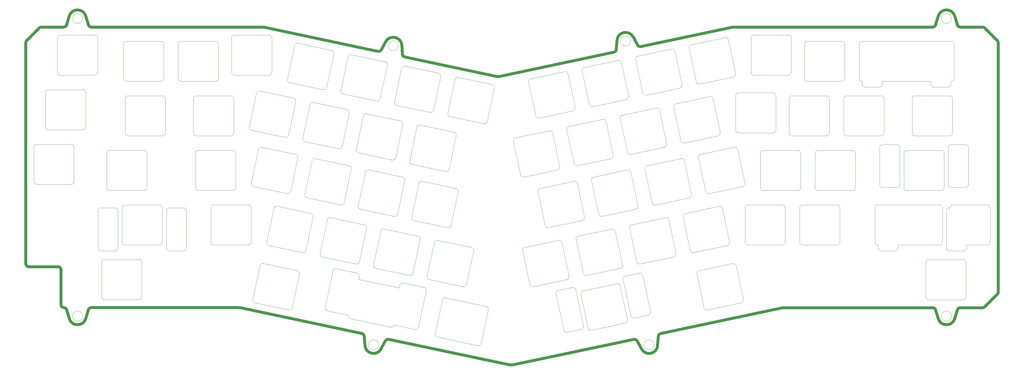
<source format=gbr>
%TF.GenerationSoftware,KiCad,Pcbnew,(5.1.10)-1*%
%TF.CreationDate,2021-06-21T21:12:00+07:00*%
%TF.ProjectId,FR4 Alice Plate Commision,46523420-416c-4696-9365-20506c617465,rev?*%
%TF.SameCoordinates,Original*%
%TF.FileFunction,Profile,NP*%
%FSLAX46Y46*%
G04 Gerber Fmt 4.6, Leading zero omitted, Abs format (unit mm)*
G04 Created by KiCad (PCBNEW (5.1.10)-1) date 2021-06-21 21:12:00*
%MOMM*%
%LPD*%
G01*
G04 APERTURE LIST*
%TA.AperFunction,Profile*%
%ADD10C,1.000000*%
%TD*%
%TA.AperFunction,Profile*%
%ADD11C,0.000001*%
%TD*%
%TA.AperFunction,Profile*%
%ADD12C,0.100000*%
%TD*%
G04 APERTURE END LIST*
D10*
X155965327Y-8543464D02*
G75*
G02*
X155549504Y-8543464I-207911J978148D01*
G01*
X196160582Y300D02*
X155965327Y-8543464D01*
X196949907Y904162D02*
G75*
G02*
X196160582Y300I-997237J74286D01*
G01*
X197191337Y4145182D02*
X196949907Y904162D01*
X197191337Y4145181D02*
G75*
G02*
X202825467Y5342753I2991711J-222858D01*
G01*
X204364266Y2480132D02*
X202825467Y5342753D01*
X205452984Y1975462D02*
G75*
G02*
X204364266Y2480132I-207912J978147D01*
G01*
X237465820Y8779999D02*
X205452984Y1975461D01*
X307258750Y8779999D02*
X237465820Y8779999D01*
X308218750Y9499999D02*
G75*
G02*
X307258750Y8779999I-960000J280000D01*
G01*
X309128750Y12620000D02*
X308218750Y9499999D01*
X309128750Y12619998D02*
G75*
G02*
X314888750Y12620000I2880000J-839999D01*
G01*
X315798750Y9499999D02*
X314888750Y12620000D01*
X316758749Y8780000D02*
G75*
G02*
X315798750Y9499999I0J999999D01*
G01*
X324604536Y8779999D02*
X316758750Y8779999D01*
X324604537Y8780000D02*
G75*
G02*
X325311643Y8487106I-1J-1000000D01*
G01*
X329725856Y4072893D02*
X325311643Y8487106D01*
X329725857Y4072893D02*
G75*
G02*
X330018750Y3365786I-707107J-707107D01*
G01*
X330018750Y-83753786D02*
X330018750Y3365786D01*
X330018750Y-83753787D02*
G75*
G02*
X329725856Y-84460893I-1000000J1D01*
G01*
X325311643Y-88875106D02*
X329725856Y-84460893D01*
X325311643Y-88875107D02*
G75*
G02*
X324604536Y-89168000I-707107J707107D01*
G01*
X316744750Y-89168000D02*
X324604536Y-89168000D01*
X315784750Y-89888000D02*
G75*
G02*
X316744750Y-89168000I960000J-280000D01*
G01*
X314888750Y-92960000D02*
X315784750Y-89888000D01*
X314888750Y-92959998D02*
G75*
G02*
X309128750Y-92960000I-2880000J839999D01*
G01*
X308232750Y-89888000D02*
X309128750Y-92960000D01*
X307272750Y-89168000D02*
G75*
G02*
X308232750Y-89888000I0J-1000000D01*
G01*
X255429193Y-89168000D02*
X307272750Y-89167999D01*
X254389635Y-89277262D02*
G75*
G02*
X255429193Y-89168000I1039558J-4890737D01*
G01*
X212395948Y-98203295D02*
X254389635Y-89277261D01*
X211606623Y-99107157D02*
G75*
G02*
X212395948Y-98203295I997237J-74286D01*
G01*
X211365193Y-102348177D02*
X211606623Y-99107157D01*
X211365193Y-102348176D02*
G75*
G02*
X205731063Y-103545748I-2991711J222858D01*
G01*
X204192264Y-100683127D02*
X205731063Y-103545748D01*
X203103545Y-100178455D02*
G75*
G02*
X204192264Y-100683127I207912J-978149D01*
G01*
X161409558Y-109040787D02*
X203103546Y-100178456D01*
X161409558Y-109040787D02*
G75*
G02*
X159330441Y-109040787I-1039558J4890738D01*
G01*
X117636453Y-100178456D02*
X159330441Y-109040787D01*
X116547735Y-100683128D02*
G75*
G02*
X117636453Y-100178456I880807J-473476D01*
G01*
X115008936Y-103545748D02*
X116547735Y-100683127D01*
X115008937Y-103545747D02*
G75*
G02*
X109374806Y-102348177I-2642420J1420429D01*
G01*
X109133376Y-99107157D02*
X109374806Y-102348177D01*
X108344051Y-98203295D02*
G75*
G02*
X109133376Y-99107157I-207912J-978148D01*
G01*
X66124542Y-89229261D02*
X108344051Y-98203295D01*
X65084984Y-89119999D02*
G75*
G02*
X66124542Y-89229261I0J-5000000D01*
G01*
X13979999Y-89120000D02*
X65084984Y-89120000D01*
X13019999Y-89840000D02*
G75*
G02*
X13979999Y-89120000I960000J-280000D01*
G01*
X12110000Y-92959999D02*
X13019999Y-89840000D01*
X12110000Y-92959999D02*
G75*
G02*
X6350000Y-92959999I-2880000J840000D01*
G01*
X5440000Y-89840000D02*
X6350000Y-92959999D01*
X4480001Y-89119999D02*
G75*
G02*
X5440000Y-89840000I-1J-1000000D01*
G01*
X4470000Y-89120000D02*
X4480000Y-89120000D01*
X4470000Y-89120000D02*
G75*
G02*
X3470000Y-88120000I0J1000000D01*
G01*
X3470000Y-75870000D02*
X3470000Y-88120000D01*
X2470000Y-74870000D02*
G75*
G02*
X3470000Y-75870000I0J-1000000D01*
G01*
X-7779999Y-74870000D02*
X2470000Y-74870000D01*
X-7779999Y-74870000D02*
G75*
G02*
X-8779999Y-73870000I0J1000000D01*
G01*
X-8779999Y3365786D02*
X-8779999Y-73870000D01*
X-8779999Y3365786D02*
G75*
G02*
X-8487106Y4072893I1000000J0D01*
G01*
X-4072893Y8487106D02*
X-8487106Y4072893D01*
X-4072893Y8487106D02*
G75*
G02*
X-3365786Y8779999I707107J-707107D01*
G01*
X4480000Y8779999D02*
X-3365786Y8779999D01*
X5440000Y9499999D02*
G75*
G02*
X4480000Y8779999I-960000J280000D01*
G01*
X6350000Y12619999D02*
X5440000Y9499999D01*
X6350000Y12619999D02*
G75*
G02*
X12110000Y12619999I2880000J-840000D01*
G01*
X13020000Y9499999D02*
X12110000Y12619999D01*
X13980000Y8779999D02*
G75*
G02*
X13020000Y9499999I0J1000000D01*
G01*
X73943907Y8779999D02*
X13980000Y8779999D01*
X73943907Y8779999D02*
G75*
G02*
X74151819Y8758147I0J-999999D01*
G01*
X113967812Y294997D02*
X74151819Y8758147D01*
X115056529Y799668D02*
G75*
G02*
X113967812Y294997I-880805J473476D01*
G01*
X116595329Y3662288D02*
X115056530Y799668D01*
X116595329Y3662289D02*
G75*
G02*
X122229459Y2464717I2642419J-1420430D01*
G01*
X122470889Y-776302D02*
X122229459Y2464717D01*
X123260214Y-1680164D02*
G75*
G02*
X122470889Y-776302I207912J978148D01*
G01*
X155549504Y-8543464D02*
X123260214Y-1680164D01*
D11*
X120987748Y2241859D02*
G75*
G03*
X120987748Y2241859I-1750000J0D01*
G01*
X201933048Y3922323D02*
G75*
G03*
X201933048Y3922323I-1750000J0D01*
G01*
X10980000Y11779999D02*
G75*
G03*
X10980000Y11779999I-1750000J0D01*
G01*
X313758750Y-92119999D02*
G75*
G03*
X313758750Y-92119999I-1750000J0D01*
G01*
X10980000Y-92119999D02*
G75*
G03*
X10980000Y-92119999I-1750000J0D01*
G01*
X313758750Y11779999D02*
G75*
G03*
X313758750Y11779999I-1750000J0D01*
G01*
X114116517Y-102125318D02*
G75*
G03*
X114116517Y-102125318I-1750000J0D01*
G01*
X210123482Y-102125318D02*
G75*
G03*
X210123482Y-102125318I-1750000J0D01*
G01*
D12*
X134597740Y-99404732D02*
G75*
G02*
X133827505Y-98218673I207912J978147D01*
G01*
X148663503Y-102394503D02*
X134597741Y-99404733D01*
X149849563Y-101624267D02*
G75*
G02*
X148663503Y-102394503I-978148J207912D01*
G01*
X152344503Y-89886496D02*
X149849563Y-101624267D01*
X151574267Y-88700436D02*
G75*
G02*
X152344503Y-89886496I-207912J-978148D01*
G01*
X137508504Y-85710666D02*
X151574267Y-88700436D01*
X136322445Y-86480903D02*
G75*
G02*
X137508504Y-85710666I978148J-207911D01*
G01*
X133827505Y-98218673D02*
X136322445Y-86480902D01*
X119529563Y-95184267D02*
G75*
G02*
X118343503Y-95954503I-978148J207912D01*
G01*
X119532071Y-95172467D02*
X119529563Y-95184267D01*
X119628256Y-95197974D02*
G75*
G02*
X119532071Y-95172467I207912J978148D01*
G01*
X121799315Y-95659447D02*
X119628256Y-95197974D01*
X121914286Y-95691156D02*
G75*
G02*
X121799315Y-95659447I207912J978148D01*
G01*
X126805024Y-96730714D02*
X121914286Y-95691155D01*
X127991084Y-95960478D02*
G75*
G02*
X126805024Y-96730714I-978148J207912D01*
G01*
X130693936Y-83244559D02*
X127991084Y-95960478D01*
X129923700Y-82058499D02*
G75*
G02*
X130693936Y-83244559I-207912J-978148D01*
G01*
X127752641Y-81597027D02*
X129923700Y-82058500D01*
X127637670Y-81565318D02*
G75*
G02*
X127752641Y-81597027I-207912J-978148D01*
G01*
X122746931Y-80525760D02*
X127637669Y-81565318D01*
X121560873Y-81295996D02*
G75*
G02*
X122746931Y-80525760I978147J-207911D01*
G01*
X121350452Y-82285943D02*
X121560872Y-81295996D01*
X121254267Y-82260436D02*
G75*
G02*
X121350452Y-82285943I-207912J-978148D01*
G01*
X119055701Y-81793117D02*
X121254267Y-82260436D01*
X118962826Y-81768661D02*
G75*
G02*
X119055701Y-81793117I-207912J-978147D01*
G01*
X107225055Y-79273720D02*
X118962826Y-81768661D01*
X107131803Y-79258463D02*
G75*
G02*
X107225055Y-79273720I-114660J-993405D01*
G01*
X107339684Y-78280460D02*
X107131803Y-79258463D01*
X106569448Y-77094400D02*
G75*
G02*
X107339684Y-78280460I-207912J-978148D01*
G01*
X104398388Y-76632927D02*
X106569448Y-77094400D01*
X104283417Y-76601218D02*
G75*
G02*
X104398388Y-76632927I-207911J-978148D01*
G01*
X99392679Y-75561660D02*
X104283417Y-76601219D01*
X98206620Y-76331897D02*
G75*
G02*
X99392679Y-75561660I978148J-207911D01*
G01*
X95503768Y-89047815D02*
X98206620Y-76331896D01*
X96274004Y-90233875D02*
G75*
G02*
X95503768Y-89047815I207912J978148D01*
G01*
X98445063Y-90695347D02*
X96274004Y-90233874D01*
X98560034Y-90727056D02*
G75*
G02*
X98445063Y-90695347I207912J978148D01*
G01*
X103450772Y-91766614D02*
X98560034Y-90727056D01*
X103544024Y-91781871D02*
G75*
G02*
X103450772Y-91766614I114660J993404D01*
G01*
X104314292Y-92967787D02*
G75*
G02*
X103544025Y-91781872I207911J978148D01*
G01*
X106512857Y-93435106D02*
X104314291Y-92967787D01*
X106605732Y-93459562D02*
G75*
G02*
X106512857Y-93435106I207912J978147D01*
G01*
X118343503Y-95954503D02*
X106605732Y-93459563D01*
X204951290Y-77094841D02*
G75*
G02*
X206137349Y-77865078I207911J-978148D01*
G01*
X200060551Y-78134400D02*
X204951289Y-77094842D01*
X199290315Y-79320460D02*
G75*
G02*
X200060551Y-78134400I978148J207912D01*
G01*
X201993167Y-92036378D02*
X199290315Y-79320460D01*
X203179226Y-92806615D02*
G75*
G02*
X201993167Y-92036378I-207911J978148D01*
G01*
X208069965Y-91767056D02*
X203179227Y-92806614D01*
X208840201Y-90580996D02*
G75*
G02*
X208069965Y-91767056I-978148J-207912D01*
G01*
X206137349Y-77865078D02*
X208840201Y-90580997D01*
X-4999998Y-46100000D02*
G75*
G02*
X-6000000Y-45100000I-1J1000001D01*
G01*
X7000000Y-46100000D02*
X-5000000Y-46100000D01*
X8000000Y-45099998D02*
G75*
G02*
X7000000Y-46100000I-1000001J-1D01*
G01*
X8000000Y-33100000D02*
X8000000Y-45100000D01*
X6999999Y-32099999D02*
G75*
G02*
X8000000Y-33100000I0J-1000001D01*
G01*
X-5000000Y-32100000D02*
X7000000Y-32100000D01*
X-5999999Y-33099999D02*
G75*
G02*
X-5000000Y-32100000I999999J0D01*
G01*
X-6000000Y-45100000D02*
X-6000000Y-33100000D01*
X23322000Y-68290000D02*
G75*
G02*
X22322000Y-69290000I-1000000J0D01*
G01*
X23322000Y-55290000D02*
X23322000Y-68290000D01*
X22322000Y-54290000D02*
G75*
G02*
X23322000Y-55290000I0J-1000000D01*
G01*
X17322000Y-54290000D02*
X22322000Y-54290000D01*
X16322000Y-55290000D02*
G75*
G02*
X17322000Y-54290000I1000000J0D01*
G01*
X16322000Y-68290000D02*
X16322000Y-55290000D01*
X17322000Y-69290000D02*
G75*
G02*
X16322000Y-68290000I0J1000000D01*
G01*
X22322000Y-69290000D02*
X17322000Y-69290000D01*
X181597037Y-82058942D02*
G75*
G02*
X182783096Y-82829177I207912J-978147D01*
G01*
X176706299Y-83098500D02*
X181597037Y-82058941D01*
X175936064Y-84284559D02*
G75*
G02*
X176706299Y-83098500I978147J207912D01*
G01*
X178638915Y-97000478D02*
X175936063Y-84284559D01*
X179824975Y-97770714D02*
G75*
G02*
X178638915Y-97000478I-207912J978148D01*
G01*
X184715713Y-96731155D02*
X179824975Y-97770714D01*
X185485948Y-95545096D02*
G75*
G02*
X184715713Y-96731155I-978147J-207912D01*
G01*
X182783096Y-82829177D02*
X185485948Y-95545096D01*
X25760000Y-67290000D02*
G75*
G02*
X24760000Y-66290000I0J1000000D01*
G01*
X37760000Y-67290000D02*
X25760000Y-67290000D01*
X38760001Y-66289999D02*
G75*
G02*
X37760000Y-67290000I-1000001J0D01*
G01*
X38760000Y-54290000D02*
X38760000Y-66290000D01*
X37760000Y-53290000D02*
G75*
G02*
X38760000Y-54290000I0J-1000000D01*
G01*
X25760000Y-53290000D02*
X37759999Y-53290000D01*
X24760000Y-54289998D02*
G75*
G02*
X25760000Y-53290000I999999J-1D01*
G01*
X24760000Y-66290000D02*
X24760000Y-54290000D01*
X295132000Y-68290000D02*
G75*
G02*
X294132000Y-69290000I-1000000J0D01*
G01*
X295132000Y-67290000D02*
X295132000Y-68290000D01*
X309570000Y-67290000D02*
X295132000Y-67290000D01*
X310570000Y-66290000D02*
G75*
G02*
X309570000Y-67290000I-1000000J0D01*
G01*
X310570000Y-54290000D02*
X310570000Y-66290000D01*
X309570001Y-53289999D02*
G75*
G02*
X310570000Y-54290000I-1J-1000000D01*
G01*
X288045000Y-53290000D02*
X309570000Y-53289999D01*
X287045000Y-54289998D02*
G75*
G02*
X288045000Y-53290000I999999J-1D01*
G01*
X287045000Y-66290000D02*
X287045000Y-54290000D01*
X288045000Y-67290000D02*
G75*
G02*
X287045000Y-66290000I0J1000000D01*
G01*
X288132000Y-67290000D02*
X288045000Y-67290000D01*
X288132000Y-68290000D02*
X288132000Y-67290000D01*
X289132000Y-69290000D02*
G75*
G02*
X288132000Y-68290000I0J1000000D01*
G01*
X294132000Y-69290000D02*
X289132000Y-69290000D01*
X294721999Y-32239999D02*
G75*
G02*
X295721999Y-33239999I0J-1000000D01*
G01*
X289721999Y-32239999D02*
X294721999Y-32239999D01*
X288721999Y-33239999D02*
G75*
G02*
X289721999Y-32239999I1000000J0D01*
G01*
X288721999Y-46239999D02*
X288721999Y-33239999D01*
X289721999Y-47239999D02*
G75*
G02*
X288721999Y-46239999I0J1000000D01*
G01*
X294721999Y-47239999D02*
X289721999Y-47239999D01*
X295721999Y-46239999D02*
G75*
G02*
X294721999Y-47239999I-1000000J0D01*
G01*
X295721999Y-33239999D02*
X295721999Y-46239999D01*
X46198000Y-54290000D02*
G75*
G02*
X47198000Y-55290000I0J-1000000D01*
G01*
X41198000Y-54290000D02*
X46198000Y-54290000D01*
X40198000Y-55290000D02*
G75*
G02*
X41198000Y-54290000I1000000J0D01*
G01*
X40198000Y-68290000D02*
X40198000Y-55290000D01*
X41198000Y-69290000D02*
G75*
G02*
X40198000Y-68290000I0J1000000D01*
G01*
X46198000Y-69290000D02*
X41198000Y-69290000D01*
X47198000Y-68290000D02*
G75*
G02*
X46198000Y-69290000I-1000000J0D01*
G01*
X47198000Y-55290000D02*
X47198000Y-68290000D01*
X313597999Y-47239999D02*
G75*
G02*
X312597999Y-46239999I0J1000000D01*
G01*
X318597999Y-47239999D02*
X313597999Y-47239999D01*
X319597999Y-46239999D02*
G75*
G02*
X318597999Y-47239999I-1000000J0D01*
G01*
X319597999Y-33239999D02*
X319597999Y-46239999D01*
X318597999Y-32239999D02*
G75*
G02*
X319597999Y-33239999I0J-1000000D01*
G01*
X313597999Y-32239999D02*
X318597999Y-32239999D01*
X312597999Y-33239999D02*
G75*
G02*
X313597999Y-32239999I1000000J0D01*
G01*
X312597999Y-46239999D02*
X312597999Y-33239999D01*
X313008000Y-69290000D02*
G75*
G02*
X312008000Y-68290000I0J1000000D01*
G01*
X318008000Y-69290000D02*
X313008000Y-69290000D01*
X319008000Y-68290000D02*
G75*
G02*
X318008000Y-69290000I-1000000J0D01*
G01*
X319008000Y-67290000D02*
X319008000Y-68290000D01*
X326238750Y-67290000D02*
X319008000Y-67290000D01*
X327238751Y-66289999D02*
G75*
G02*
X326238750Y-67290000I-1000001J0D01*
G01*
X327238750Y-54290000D02*
X327238750Y-66290000D01*
X326238750Y-53290000D02*
G75*
G02*
X327238750Y-54290000I0J-1000000D01*
G01*
X314238750Y-53290000D02*
X326238750Y-53289999D01*
X313238750Y-54290000D02*
G75*
G02*
X314238750Y-53290000I1000000J0D01*
G01*
X313008000Y-54290000D02*
X313238750Y-54290000D01*
X312008000Y-55290000D02*
G75*
G02*
X313008000Y-54290000I1000000J0D01*
G01*
X312008000Y-68290000D02*
X312008000Y-55290000D01*
X313543000Y-11140000D02*
G75*
G02*
X312543000Y-12140000I-1000000J0D01*
G01*
X313543000Y-10140000D02*
X313543000Y-11140000D01*
X313630000Y-10140000D02*
X313543000Y-10140000D01*
X314630000Y-9140000D02*
G75*
G02*
X313630000Y-10140000I-1000000J0D01*
G01*
X314630000Y2860000D02*
X314630000Y-9139999D01*
X313630000Y3860000D02*
G75*
G02*
X314630000Y2860000I0J-1000000D01*
G01*
X282580000Y3860000D02*
X313630000Y3860000D01*
X281579999Y2859999D02*
G75*
G02*
X282580000Y3860000I1000001J0D01*
G01*
X281580000Y-9140000D02*
X281580000Y2860000D01*
X282580001Y-10139999D02*
G75*
G02*
X281580000Y-9140000I-1J1000000D01*
G01*
X282667000Y-10140000D02*
X282580000Y-10140000D01*
X282667000Y-11140000D02*
X282667000Y-10140000D01*
X283667000Y-12140000D02*
G75*
G02*
X282667000Y-11140000I0J1000000D01*
G01*
X288667000Y-12140000D02*
X283667000Y-12140000D01*
X289667000Y-11140000D02*
G75*
G02*
X288667000Y-12140000I-1000000J0D01*
G01*
X289667000Y-10140000D02*
X289667000Y-11140000D01*
X306543000Y-10140000D02*
X289667000Y-10140000D01*
X306543000Y-11140000D02*
X306543000Y-10140000D01*
X307543000Y-12140000D02*
G75*
G02*
X306543000Y-11140000I0J1000000D01*
G01*
X312543000Y-12140000D02*
X307543000Y-12140000D01*
X-930000Y-27049999D02*
G75*
G02*
X-1929999Y-26050000I0J999999D01*
G01*
X11069999Y-27050000D02*
X-929999Y-27050000D01*
X12070000Y-26050001D02*
G75*
G02*
X11069999Y-27050000I-1000000J1D01*
G01*
X12069999Y-14050000D02*
X12070000Y-26050000D01*
X11069999Y-13050000D02*
G75*
G02*
X12069999Y-14050000I0J-1000000D01*
G01*
X-929999Y-13050000D02*
X11069999Y-13050000D01*
X-1929999Y-14050000D02*
G75*
G02*
X-929999Y-13050000I1000000J0D01*
G01*
X-1929999Y-26050000D02*
X-1930000Y-14050000D01*
X69710000Y-66289998D02*
G75*
G02*
X68710000Y-67290000I-1000001J-1D01*
G01*
X69710000Y-54290000D02*
X69710000Y-66290000D01*
X68710000Y-53290000D02*
G75*
G02*
X69710000Y-54290000I0J-1000000D01*
G01*
X56709999Y-53290000D02*
X68710000Y-53290000D01*
X55709999Y-54290000D02*
G75*
G02*
X56709999Y-53290000I1000000J0D01*
G01*
X55709999Y-66290000D02*
X55709999Y-54290000D01*
X56710000Y-67290001D02*
G75*
G02*
X55709999Y-66290000I0J1000001D01*
G01*
X68710000Y-67290000D02*
X56709999Y-67290000D01*
X3230000Y-8000000D02*
G75*
G02*
X2230000Y-7000000I0J1000000D01*
G01*
X15230000Y-8000000D02*
X3230000Y-8000000D01*
X16230000Y-7000000D02*
G75*
G02*
X15230000Y-8000000I-1000000J0D01*
G01*
X16230000Y4999999D02*
X16230000Y-7000000D01*
X15230000Y5999999D02*
G75*
G02*
X16230000Y4999999I0J-1000000D01*
G01*
X3230000Y5999999D02*
X15230000Y5999999D01*
X2230000Y4999999D02*
G75*
G02*
X3230000Y5999999I1000000J0D01*
G01*
X2230000Y-7000000D02*
X2230000Y4999999D01*
X318795601Y-85387999D02*
G75*
G02*
X317795600Y-86388000I-1000001J0D01*
G01*
X318795600Y-73388000D02*
X318795600Y-85388000D01*
X317795600Y-72388000D02*
G75*
G02*
X318795600Y-73388000I0J-1000000D01*
G01*
X305795600Y-72388000D02*
X317795600Y-72388000D01*
X304795600Y-73388000D02*
G75*
G02*
X305795600Y-72388000I1000000J0D01*
G01*
X304795600Y-85388000D02*
X304795600Y-73388000D01*
X305795600Y-86388000D02*
G75*
G02*
X304795600Y-85388000I0J1000000D01*
G01*
X317795600Y-86388000D02*
X305795600Y-86388000D01*
X257900000Y-6999998D02*
G75*
G02*
X256900000Y-8000000I-1000001J-1D01*
G01*
X244900000Y-8000000D02*
X256900000Y-8000000D01*
X244900000Y-7999999D02*
G75*
G02*
X243899999Y-7000000I-1J1000000D01*
G01*
X243900000Y5000000D02*
X243899999Y-7000000D01*
X243900000Y5000000D02*
G75*
G02*
X244900000Y6000000I1000000J0D01*
G01*
X256900000Y6000000D02*
X244900000Y6000000D01*
X256899999Y5999999D02*
G75*
G02*
X257900000Y5000000I1J-1000000D01*
G01*
X257900000Y-7000000D02*
X257900000Y5000000D01*
X298160001Y-48239999D02*
G75*
G02*
X297160000Y-47240000I-1J1000000D01*
G01*
X310160000Y-48240000D02*
X298160000Y-48240000D01*
X311160000Y-47240000D02*
G75*
G02*
X310160000Y-48240000I-1000000J0D01*
G01*
X311160000Y-35240000D02*
X311160000Y-47240000D01*
X310160001Y-34239999D02*
G75*
G02*
X311160000Y-35240000I-1J-1000000D01*
G01*
X298160000Y-34240000D02*
X310160000Y-34239999D01*
X297160000Y-35240000D02*
G75*
G02*
X298160000Y-34240000I1000000J0D01*
G01*
X297160000Y-47240000D02*
X297160000Y-35240000D01*
X261160001Y-47239999D02*
G75*
G02*
X260160000Y-48240000I-1000001J0D01*
G01*
X261160000Y-35240000D02*
X261160000Y-47240000D01*
X260160000Y-34240000D02*
G75*
G02*
X261160000Y-35240000I0J-1000000D01*
G01*
X248160000Y-34240000D02*
X260160000Y-34239999D01*
X247159999Y-35239999D02*
G75*
G02*
X248160000Y-34240000I1000000J-1D01*
G01*
X247160000Y-47240000D02*
X247159999Y-35240000D01*
X248160000Y-48240000D02*
G75*
G02*
X247160000Y-47240000I0J1000000D01*
G01*
X260160000Y-48240000D02*
X248160000Y-48240000D01*
X274850000Y-66290000D02*
G75*
G02*
X273850000Y-67290000I-1000000J0D01*
G01*
X274850000Y-54290000D02*
X274850000Y-66290000D01*
X273850001Y-53289999D02*
G75*
G02*
X274850000Y-54290000I-1J-1000000D01*
G01*
X261850000Y-53290000D02*
X273850000Y-53290000D01*
X260850000Y-54290000D02*
G75*
G02*
X261850000Y-53290000I1000000J0D01*
G01*
X260850000Y-66290000D02*
X260850000Y-54290000D01*
X261850001Y-67289999D02*
G75*
G02*
X260850000Y-66290000I-1J1000000D01*
G01*
X273850000Y-67290000D02*
X261850000Y-67290000D01*
X255800000Y-66289998D02*
G75*
G02*
X254800000Y-67290000I-1000001J-1D01*
G01*
X242800000Y-67290000D02*
X254800000Y-67290000D01*
X242800001Y-67289999D02*
G75*
G02*
X241800000Y-66290000I-1J1000000D01*
G01*
X241800000Y-54290000D02*
X241800000Y-66290000D01*
X241799999Y-54290000D02*
G75*
G02*
X242800000Y-53289999I1000001J0D01*
G01*
X254800000Y-53290000D02*
X242800000Y-53289999D01*
X254799999Y-53289999D02*
G75*
G02*
X255800000Y-54290000I0J-1000001D01*
G01*
X255800000Y-66290000D02*
X255800000Y-54290000D01*
X279210000Y-34240000D02*
G75*
G02*
X280210000Y-35240000I0J-1000000D01*
G01*
X280210000Y-47240000D02*
X280210000Y-35240000D01*
X280210001Y-47239999D02*
G75*
G02*
X279210000Y-48240000I-1000001J0D01*
G01*
X267209999Y-48240000D02*
X279210000Y-48240000D01*
X267210001Y-48239999D02*
G75*
G02*
X266210000Y-47240000I-1J1000000D01*
G01*
X266210000Y-35240000D02*
X266210000Y-47240000D01*
X266209999Y-35240001D02*
G75*
G02*
X267209999Y-34239999I1000001J1D01*
G01*
X279210000Y-34240000D02*
X267209999Y-34239999D01*
X31620000Y-85339998D02*
G75*
G02*
X30620000Y-86340000I-1000001J-1D01*
G01*
X31620000Y-73340000D02*
X31620000Y-85340000D01*
X30620000Y-72340000D02*
G75*
G02*
X31620000Y-73340000I0J-1000000D01*
G01*
X18619999Y-72340000D02*
X30620000Y-72340000D01*
X17620000Y-73339999D02*
G75*
G02*
X18619999Y-72340000I999999J0D01*
G01*
X17620000Y-85340000D02*
X17619999Y-73340000D01*
X18620000Y-86340000D02*
G75*
G02*
X17620000Y-85340000I0J1000000D01*
G01*
X30620000Y-86340000D02*
X18619999Y-86340000D01*
X277220000Y-29190000D02*
G75*
G02*
X276220000Y-28190000I0J1000000D01*
G01*
X289220000Y-29190000D02*
X277220000Y-29190000D01*
X290220001Y-28189999D02*
G75*
G02*
X289220000Y-29190000I-1000001J0D01*
G01*
X290220000Y-16189999D02*
X290220000Y-28190000D01*
X289219999Y-15190000D02*
G75*
G02*
X290220000Y-16189999I1J-1000000D01*
G01*
X277220000Y-15189999D02*
X289220000Y-15189999D01*
X276220000Y-16189999D02*
G75*
G02*
X277220000Y-15189999I1000000J0D01*
G01*
X276220000Y-28190000D02*
X276220000Y-16189999D01*
X252540000Y-27130000D02*
G75*
G02*
X251540000Y-28130000I-1000000J0D01*
G01*
X252540000Y-15129999D02*
X252540000Y-27130000D01*
X251540000Y-14129999D02*
G75*
G02*
X252540000Y-15129999I0J-1000000D01*
G01*
X239540000Y-14129999D02*
X251540000Y-14129999D01*
X238539999Y-15130000D02*
G75*
G02*
X239540000Y-14129999I1000001J0D01*
G01*
X238540000Y-27130000D02*
X238540000Y-15129999D01*
X239540001Y-28129999D02*
G75*
G02*
X238540000Y-27130000I-1J1000000D01*
G01*
X251540000Y-28130000D02*
X239540000Y-28130000D01*
X301040001Y-29189999D02*
G75*
G02*
X300040000Y-28190000I-1J1000000D01*
G01*
X313040000Y-29190000D02*
X301040000Y-29190000D01*
X314040000Y-28190000D02*
G75*
G02*
X313040000Y-29190000I-1000000J0D01*
G01*
X314040000Y-16189999D02*
X314040000Y-28190000D01*
X313040000Y-15189999D02*
G75*
G02*
X314040000Y-16189999I0J-1000000D01*
G01*
X301040000Y-15189999D02*
X313040000Y-15189999D01*
X300039999Y-16190000D02*
G75*
G02*
X301040000Y-15189999I1000001J0D01*
G01*
X300040000Y-28190000D02*
X300040000Y-16189999D01*
X258170000Y-29190000D02*
G75*
G02*
X257170000Y-28190000I0J1000000D01*
G01*
X270170000Y-29190000D02*
X258170000Y-29190000D01*
X271170001Y-28189999D02*
G75*
G02*
X270170000Y-29190000I-1000001J0D01*
G01*
X271170000Y-16189999D02*
X271170000Y-28190000D01*
X270169999Y-15190000D02*
G75*
G02*
X271170000Y-16189999I1J-1000000D01*
G01*
X258170000Y-15189999D02*
X270170000Y-15189999D01*
X257170000Y-16189999D02*
G75*
G02*
X258170000Y-15189999I1000000J0D01*
G01*
X257170000Y-28190000D02*
X257170000Y-16189999D01*
X275530001Y3860000D02*
G75*
G02*
X276530000Y2859999I-1J-1000000D01*
G01*
X276530000Y-9140000D02*
X276530000Y2859999D01*
X276530000Y-9140000D02*
G75*
G02*
X275530000Y-10140000I-1000000J0D01*
G01*
X263529999Y-10140000D02*
X275530000Y-10140000D01*
X263530001Y-10140000D02*
G75*
G02*
X262529999Y-9140000I-1J1000001D01*
G01*
X262529999Y2859999D02*
X262529999Y-9140000D01*
X262529999Y2859998D02*
G75*
G02*
X263529999Y3860000I1000001J1D01*
G01*
X275530000Y3859999D02*
X263529999Y3860000D01*
X88809563Y-69174267D02*
G75*
G02*
X87623503Y-69944503I-978148J207912D01*
G01*
X75885732Y-67449563D02*
X87623503Y-69944503D01*
X75885732Y-67449563D02*
G75*
G02*
X75115496Y-66263503I207912J978148D01*
G01*
X77610436Y-54525732D02*
X75115496Y-66263503D01*
X77610436Y-54525732D02*
G75*
G02*
X78796496Y-53755496I978148J-207912D01*
G01*
X90534267Y-56250436D02*
X78796496Y-53755496D01*
X90534267Y-56250436D02*
G75*
G02*
X91304503Y-57436496I-207912J-978148D01*
G01*
X88809563Y-69174267D02*
X91304503Y-57436496D01*
X83999563Y-89164267D02*
G75*
G02*
X82813503Y-89934503I-978148J207912D01*
G01*
X86494503Y-77426496D02*
X83999563Y-89164267D01*
X85724267Y-76240436D02*
G75*
G02*
X86494503Y-77426496I-207912J-978148D01*
G01*
X73986496Y-73745496D02*
X85724267Y-76240436D01*
X72800436Y-74515732D02*
G75*
G02*
X73986496Y-73745496I978148J-207912D01*
G01*
X70305496Y-86253503D02*
X72800436Y-74515732D01*
X71075732Y-87439563D02*
G75*
G02*
X70305496Y-86253503I207912J978148D01*
G01*
X82813503Y-89934503D02*
X71075732Y-87439563D01*
X26249999Y-10140000D02*
G75*
G02*
X25249999Y-9140000I0J1000000D01*
G01*
X38250000Y-10140000D02*
X26249999Y-10140000D01*
X39250000Y-9140000D02*
G75*
G02*
X38250000Y-10140000I-1000000J0D01*
G01*
X39250000Y2860000D02*
X39250000Y-9140000D01*
X38249999Y3859999D02*
G75*
G02*
X39250000Y2860000I1J-1000000D01*
G01*
X26249999Y3860000D02*
X38250000Y3860000D01*
X25249999Y2860000D02*
G75*
G02*
X26249999Y3860000I1000000J0D01*
G01*
X25249999Y-9140000D02*
X25249999Y2860000D01*
X45299999Y-10140000D02*
G75*
G02*
X44299999Y-9140000I0J1000000D01*
G01*
X57300000Y-10140000D02*
X45299999Y-10140000D01*
X58300000Y-9140000D02*
G75*
G02*
X57300000Y-10140000I-1000000J0D01*
G01*
X58300000Y2860000D02*
X58300000Y-9140000D01*
X57300000Y3860000D02*
G75*
G02*
X58300000Y2860000I0J-1000000D01*
G01*
X45299999Y3860000D02*
X57300000Y3860000D01*
X44299999Y2860000D02*
G75*
G02*
X45299999Y3860000I1000000J0D01*
G01*
X44299999Y-9140000D02*
X44299999Y2860000D01*
X83115732Y-10559563D02*
G75*
G02*
X82345496Y-9373503I207912J978148D01*
G01*
X94853503Y-13054503D02*
X83115732Y-10559563D01*
X96039563Y-12284267D02*
G75*
G02*
X94853503Y-13054503I-978148J207912D01*
G01*
X98534503Y-546496D02*
X96039563Y-12284267D01*
X97764267Y639564D02*
G75*
G02*
X98534503Y-546496I-207912J-978148D01*
G01*
X86026496Y3134503D02*
X97764267Y639563D01*
X84840436Y2364267D02*
G75*
G02*
X86026496Y3134503I978148J-207912D01*
G01*
X82345496Y-9373503D02*
X84840436Y2364267D01*
X63940000Y-8000000D02*
G75*
G02*
X62940000Y-7000000I0J1000000D01*
G01*
X75940000Y-8000000D02*
X63940000Y-8000000D01*
X76940001Y-6999999D02*
G75*
G02*
X75940000Y-8000000I-1000001J0D01*
G01*
X76940000Y5000000D02*
X76940000Y-7000000D01*
X75939999Y5999999D02*
G75*
G02*
X76940000Y5000000I1J-1000000D01*
G01*
X63940000Y6000000D02*
X75940000Y6000000D01*
X62940000Y5000000D02*
G75*
G02*
X63940000Y6000000I1000000J0D01*
G01*
X62940000Y-7000000D02*
X62940000Y5000000D01*
X101393275Y-32894985D02*
G75*
G02*
X100207215Y-33665221I-978148J207912D01*
G01*
X88469444Y-31170280D02*
X100207215Y-33665221D01*
X88469444Y-31170281D02*
G75*
G02*
X87699208Y-29984221I207912J978148D01*
G01*
X90194148Y-18246450D02*
X87699208Y-29984221D01*
X90194149Y-18246449D02*
G75*
G02*
X91380208Y-17476214I978147J-207912D01*
G01*
X103117979Y-19971154D02*
X91380208Y-17476214D01*
X103117978Y-19971154D02*
G75*
G02*
X103888215Y-21157213I-207911J-978148D01*
G01*
X101393274Y-32894985D02*
X103888215Y-21157213D01*
X63659999Y-28189999D02*
G75*
G02*
X62660000Y-29190000I-1000000J-1D01*
G01*
X50659999Y-29190000D02*
X62660000Y-29190000D01*
X50659999Y-29190000D02*
G75*
G02*
X49659999Y-28190000I0J1000000D01*
G01*
X49659999Y-16189999D02*
X49659999Y-28190000D01*
X49659999Y-16189999D02*
G75*
G02*
X50659999Y-15189999I1000000J0D01*
G01*
X62660000Y-15189999D02*
X50659999Y-15189999D01*
X62659999Y-15189998D02*
G75*
G02*
X63660000Y-16189999I0J-1000001D01*
G01*
X63660000Y-28190000D02*
X63660000Y-16189999D01*
X33400000Y-47239998D02*
G75*
G02*
X32400000Y-48240000I-1000001J-1D01*
G01*
X20400000Y-48240000D02*
X32400000Y-48240000D01*
X20400001Y-48240000D02*
G75*
G02*
X19399999Y-47240000I-1J1000001D01*
G01*
X19400000Y-35240000D02*
X19399999Y-47240000D01*
X19400000Y-35240000D02*
G75*
G02*
X20400000Y-34240000I1000000J0D01*
G01*
X32400000Y-34240000D02*
X20400000Y-34240000D01*
X32400000Y-34240000D02*
G75*
G02*
X33400000Y-35240000I0J-1000000D01*
G01*
X33400000Y-47240000D02*
X33400000Y-35240000D01*
X89169444Y-50800281D02*
G75*
G02*
X88399208Y-49614221I207912J978148D01*
G01*
X100907215Y-53295221D02*
X89169444Y-50800280D01*
X102093275Y-52524985D02*
G75*
G02*
X100907215Y-53295221I-978148J207912D01*
G01*
X104588215Y-40787213D02*
X102093274Y-52524985D01*
X103817978Y-39601154D02*
G75*
G02*
X104588215Y-40787213I-207911J-978148D01*
G01*
X92080208Y-37106214D02*
X103817979Y-39601154D01*
X90894149Y-37876449D02*
G75*
G02*
X92080208Y-37106214I978147J-207912D01*
G01*
X88399208Y-49614221D02*
X90894148Y-37876450D01*
X39849999Y-28190000D02*
G75*
G02*
X38849999Y-29190000I-1000000J0D01*
G01*
X39849999Y-16189999D02*
X39850000Y-28190000D01*
X38849999Y-15189999D02*
G75*
G02*
X39849999Y-16189999I0J-1000000D01*
G01*
X26849999Y-15189999D02*
X38849999Y-15189999D01*
X25849999Y-16189999D02*
G75*
G02*
X26849999Y-15189999I1000000J0D01*
G01*
X25849999Y-28190000D02*
X25849999Y-16189999D01*
X26849999Y-29190000D02*
G75*
G02*
X25849999Y-28190000I0J1000000D01*
G01*
X38849999Y-29190000D02*
X26849999Y-29190000D01*
X101749444Y-14520281D02*
G75*
G02*
X100979208Y-13334221I207912J978148D01*
G01*
X113487215Y-17015221D02*
X101749444Y-14520280D01*
X114673275Y-16244985D02*
G75*
G02*
X113487215Y-17015221I-978148J207912D01*
G01*
X117168215Y-4507213D02*
X114673274Y-16244985D01*
X116397978Y-3321154D02*
G75*
G02*
X117168215Y-4507213I-207911J-978148D01*
G01*
X104660208Y-826214D02*
X116397979Y-3321154D01*
X103474149Y-1596449D02*
G75*
G02*
X104660208Y-826214I978147J-207912D01*
G01*
X100979208Y-13334221D02*
X103474148Y-1596450D01*
X63360000Y-34240000D02*
G75*
G02*
X64360000Y-35240000I0J-1000000D01*
G01*
X64360000Y-47240000D02*
X64360000Y-35240000D01*
X64359999Y-47239999D02*
G75*
G02*
X63360000Y-48240000I-1000000J-1D01*
G01*
X51359999Y-48240000D02*
X63360000Y-48240000D01*
X51360000Y-48240001D02*
G75*
G02*
X50359999Y-47240000I0J1000001D01*
G01*
X50359999Y-35240000D02*
X50359999Y-47240000D01*
X50359999Y-35240000D02*
G75*
G02*
X51359999Y-34240000I1000000J0D01*
G01*
X63360000Y-34240000D02*
X51359999Y-34240000D01*
X69835732Y-27209563D02*
G75*
G02*
X69065496Y-26023503I207912J978148D01*
G01*
X81573503Y-29704503D02*
X69835732Y-27209563D01*
X82759563Y-28934267D02*
G75*
G02*
X81573503Y-29704503I-978148J207912D01*
G01*
X85254503Y-17196496D02*
X82759563Y-28934267D01*
X84484267Y-16010436D02*
G75*
G02*
X85254503Y-17196496I-207912J-978148D01*
G01*
X72746496Y-13515496D02*
X84484267Y-16010436D01*
X71560436Y-14285732D02*
G75*
G02*
X72746496Y-13515496I978148J-207912D01*
G01*
X69065496Y-26023503D02*
X71560436Y-14285732D01*
X85184267Y-35640436D02*
G75*
G02*
X85954503Y-36826496I-207912J-978148D01*
G01*
X83459563Y-48564267D02*
X85954503Y-36826496D01*
X83459563Y-48564267D02*
G75*
G02*
X82273503Y-49334503I-978148J207912D01*
G01*
X70535732Y-46839563D02*
X82273503Y-49334503D01*
X70535732Y-46839563D02*
G75*
G02*
X69765496Y-45653503I207912J978148D01*
G01*
X72260436Y-33915732D02*
X69765496Y-45653503D01*
X72260436Y-33915732D02*
G75*
G02*
X73446496Y-33145496I978148J-207912D01*
G01*
X85184267Y-35640436D02*
X73446496Y-33145496D01*
X107443275Y-73134985D02*
G75*
G02*
X106257215Y-73905221I-978148J207912D01*
G01*
X94519444Y-71410280D02*
X106257215Y-73905221D01*
X94519444Y-71410281D02*
G75*
G02*
X93749208Y-70224221I207912J978148D01*
G01*
X96244148Y-58486450D02*
X93749208Y-70224221D01*
X96244149Y-58486449D02*
G75*
G02*
X97430208Y-57716214I978147J-207912D01*
G01*
X109167979Y-60211154D02*
X97430208Y-57716214D01*
X109167978Y-60211154D02*
G75*
G02*
X109938215Y-61397213I-207911J-978148D01*
G01*
X107443274Y-73134985D02*
X109938215Y-61397213D01*
X205252784Y-73905220D02*
G75*
G02*
X204066725Y-73134985I-207912J978147D01*
G01*
X216990555Y-71410280D02*
X205252784Y-73905221D01*
X217760790Y-70224221D02*
G75*
G02*
X216990555Y-71410280I-978147J-207912D01*
G01*
X215265851Y-58486450D02*
X217760791Y-70224221D01*
X214079792Y-57716213D02*
G75*
G02*
X215265851Y-58486450I207911J-978148D01*
G01*
X202342020Y-60211154D02*
X214079791Y-57716214D01*
X201571784Y-61397214D02*
G75*
G02*
X202342020Y-60211154I978148J207912D01*
G01*
X204066725Y-73134985D02*
X201571784Y-61397213D01*
X188719071Y-18995938D02*
G75*
G02*
X187533013Y-18225702I-207911J978147D01*
G01*
X200456843Y-16500998D02*
X188719072Y-18995938D01*
X201227080Y-15314939D02*
G75*
G02*
X200456843Y-16500998I-978148J-207911D01*
G01*
X198732139Y-3577167D02*
X201227079Y-15314939D01*
X197546079Y-2806931D02*
G75*
G02*
X198732139Y-3577167I207912J-978148D01*
G01*
X185808308Y-5301872D02*
X197546080Y-2806932D01*
X185038073Y-6487931D02*
G75*
G02*
X185808308Y-5301872I978147J207912D01*
G01*
X187533013Y-18225702D02*
X185038073Y-6487931D01*
X183359071Y-39605938D02*
G75*
G02*
X182173013Y-38835702I-207911J978147D01*
G01*
X195096843Y-37110998D02*
X183359072Y-39605938D01*
X195867080Y-35924939D02*
G75*
G02*
X195096843Y-37110998I-978148J-207911D01*
G01*
X193372139Y-24187167D02*
X195867079Y-35924939D01*
X192186079Y-23416931D02*
G75*
G02*
X193372139Y-24187167I207912J-978148D01*
G01*
X180448308Y-25911872D02*
X192186080Y-23416932D01*
X179678073Y-27097931D02*
G75*
G02*
X180448308Y-25911872I978147J207912D01*
G01*
X182173013Y-38835702D02*
X179678073Y-27097931D01*
X200806079Y-41066931D02*
G75*
G02*
X201992139Y-41837167I207912J-978148D01*
G01*
X204487079Y-53574939D02*
X201992139Y-41837167D01*
X204487080Y-53574939D02*
G75*
G02*
X203716843Y-54760998I-978148J-207911D01*
G01*
X191979072Y-57255938D02*
X203716843Y-54760998D01*
X191979071Y-57255938D02*
G75*
G02*
X190793013Y-56485702I-207911J978147D01*
G01*
X188298073Y-44747931D02*
X190793013Y-56485702D01*
X188298073Y-44747931D02*
G75*
G02*
X189068308Y-43561872I978147J207912D01*
G01*
X200806080Y-41066932D02*
X189068308Y-43561872D01*
X186619071Y-77865938D02*
G75*
G02*
X185433013Y-77095702I-207911J978147D01*
G01*
X198356843Y-75370998D02*
X186619072Y-77865938D01*
X199127080Y-74184939D02*
G75*
G02*
X198356843Y-75370998I-978148J-207911D01*
G01*
X196632139Y-62447167D02*
X199127079Y-74184939D01*
X195446079Y-61676931D02*
G75*
G02*
X196632139Y-62447167I207912J-978148D01*
G01*
X183708308Y-64171872D02*
X195446080Y-61676932D01*
X182938073Y-65357931D02*
G75*
G02*
X183708308Y-64171872I978147J207912D01*
G01*
X185433013Y-77095702D02*
X182938073Y-65357931D01*
X182172368Y-45027650D02*
G75*
G02*
X183358427Y-45797885I207912J-978147D01*
G01*
X185853367Y-57535656D02*
X183358427Y-45797885D01*
X185853368Y-57535656D02*
G75*
G02*
X185083132Y-58721716I-978148J-207912D01*
G01*
X173345360Y-61216656D02*
X185083132Y-58721716D01*
X173345361Y-61216656D02*
G75*
G02*
X172159301Y-60446420I-207912J978148D01*
G01*
X169664361Y-48708649D02*
X172159301Y-60446420D01*
X169664361Y-48708648D02*
G75*
G02*
X170434597Y-47522590I978147J207911D01*
G01*
X182172368Y-45027649D02*
X170434597Y-47522590D01*
X178912368Y-6767650D02*
G75*
G02*
X180098427Y-7537885I207912J-978147D01*
G01*
X182593367Y-19275656D02*
X180098427Y-7537885D01*
X182593368Y-19275656D02*
G75*
G02*
X181823132Y-20461716I-978148J-207912D01*
G01*
X170085360Y-22956656D02*
X181823132Y-20461716D01*
X170085361Y-22956656D02*
G75*
G02*
X168899301Y-22186420I-207912J978148D01*
G01*
X166404361Y-10448649D02*
X168899301Y-22186420D01*
X166404361Y-10448648D02*
G75*
G02*
X167174597Y-9262590I978147J207911D01*
G01*
X178912368Y-6767649D02*
X167174597Y-9262590D01*
X173552368Y-27377650D02*
G75*
G02*
X174738427Y-28147885I207912J-978147D01*
G01*
X177233367Y-39885656D02*
X174738427Y-28147885D01*
X177233368Y-39885656D02*
G75*
G02*
X176463132Y-41071716I-978148J-207912D01*
G01*
X164725360Y-43566656D02*
X176463132Y-41071716D01*
X164725361Y-43566656D02*
G75*
G02*
X163539301Y-42796420I-207912J978148D01*
G01*
X161044361Y-31058649D02*
X163539301Y-42796420D01*
X161044361Y-31058648D02*
G75*
G02*
X161814597Y-29872590I978147J207911D01*
G01*
X173552368Y-27377649D02*
X161814597Y-29872590D01*
X167985361Y-81826656D02*
G75*
G02*
X166799301Y-81056420I-207912J978148D01*
G01*
X179723132Y-79331716D02*
X167985360Y-81826656D01*
X180493368Y-78145656D02*
G75*
G02*
X179723132Y-79331716I-978148J-207912D01*
G01*
X177998427Y-66407885D02*
X180493367Y-78145656D01*
X176812368Y-65637650D02*
G75*
G02*
X177998427Y-66407885I207912J-978147D01*
G01*
X165074597Y-68132590D02*
X176812368Y-65637649D01*
X164304361Y-69318648D02*
G75*
G02*
X165074597Y-68132590I978147J207911D01*
G01*
X166799301Y-81056420D02*
X164304361Y-69318649D01*
X120383156Y-18480997D02*
G75*
G02*
X119612920Y-17294939I207911J978147D01*
G01*
X132120927Y-20975938D02*
X120383156Y-18480998D01*
X133306986Y-20205703D02*
G75*
G02*
X132120927Y-20975938I-978147J207912D01*
G01*
X135801926Y-8467931D02*
X133306986Y-20205702D01*
X135031691Y-7281872D02*
G75*
G02*
X135801926Y-8467931I-207912J-978147D01*
G01*
X123293919Y-4786932D02*
X135031691Y-7281872D01*
X122107861Y-5557168D02*
G75*
G02*
X123293919Y-4786932I978147J-207911D01*
G01*
X119612920Y-17294939D02*
X122107860Y-5557167D01*
X200794503Y-93313503D02*
G75*
G02*
X200024267Y-94499563I-978148J-207912D01*
G01*
X198299563Y-81575732D02*
X200794503Y-93313503D01*
X197113503Y-80805496D02*
G75*
G02*
X198299563Y-81575732I207912J-978148D01*
G01*
X185375732Y-83300436D02*
X197113503Y-80805496D01*
X184605496Y-84486496D02*
G75*
G02*
X185375732Y-83300436I978148J207912D01*
G01*
X187100436Y-96224267D02*
X184605496Y-84486496D01*
X188286496Y-96994503D02*
G75*
G02*
X187100436Y-96224267I-207912J978148D01*
G01*
X200024267Y-94499563D02*
X188286496Y-96994503D01*
X207352784Y-15035220D02*
G75*
G02*
X206166725Y-14264985I-207912J978147D01*
G01*
X219090555Y-12540280D02*
X207352784Y-15035221D01*
X219860790Y-11354221D02*
G75*
G02*
X219090555Y-12540280I-978147J-207912D01*
G01*
X217365851Y383549D02*
X219860791Y-11354221D01*
X216179792Y1153786D02*
G75*
G02*
X217365851Y383549I207911J-978148D01*
G01*
X204442020Y-1341154D02*
X216179791Y1153785D01*
X203671784Y-2527214D02*
G75*
G02*
X204442020Y-1341154I978148J207912D01*
G01*
X206166725Y-14264985D02*
X203671784Y-2527213D01*
X201992784Y-35645220D02*
G75*
G02*
X200806725Y-34874985I-207912J978147D01*
G01*
X213730555Y-33150280D02*
X201992784Y-35645221D01*
X214500790Y-31964221D02*
G75*
G02*
X213730555Y-33150280I-978147J-207912D01*
G01*
X212005851Y-20226450D02*
X214500791Y-31964221D01*
X210819792Y-19456213D02*
G75*
G02*
X212005851Y-20226450I207911J-978148D01*
G01*
X199082020Y-21951154D02*
X210819791Y-19456214D01*
X198311784Y-23137214D02*
G75*
G02*
X199082020Y-21951154I978148J207912D01*
G01*
X200806725Y-34874985D02*
X198311784Y-23137213D01*
X223120790Y-49614221D02*
G75*
G02*
X222350555Y-50800280I-978147J-207912D01*
G01*
X210612784Y-53295221D02*
X222350555Y-50800280D01*
X210612784Y-53295220D02*
G75*
G02*
X209426725Y-52524985I-207912J978147D01*
G01*
X206931784Y-40787213D02*
X209426725Y-52524985D01*
X206931784Y-40787214D02*
G75*
G02*
X207702020Y-39601154I978148J207912D01*
G01*
X219439791Y-37106214D02*
X207702020Y-39601154D01*
X219439792Y-37106213D02*
G75*
G02*
X220625851Y-37876450I207911J-978148D01*
G01*
X223120791Y-49614221D02*
X220625851Y-37876450D01*
X236394503Y-66263503D02*
G75*
G02*
X235624267Y-67449563I-978148J-207912D01*
G01*
X233899563Y-54525732D02*
X236394503Y-66263503D01*
X232713503Y-53755496D02*
G75*
G02*
X233899563Y-54525732I207912J-978148D01*
G01*
X220975732Y-56250436D02*
X232713503Y-53755496D01*
X220205496Y-57436496D02*
G75*
G02*
X220975732Y-56250436I978148J207912D01*
G01*
X222700436Y-69174267D02*
X220205496Y-57436496D01*
X223886496Y-69944503D02*
G75*
G02*
X222700436Y-69174267I-207912J978148D01*
G01*
X235624267Y-67449563D02*
X223886496Y-69944503D01*
X237523503Y-73745496D02*
G75*
G02*
X238709563Y-74515732I207912J-978148D01*
G01*
X241204503Y-86253503D02*
X238709563Y-74515732D01*
X241204503Y-86253503D02*
G75*
G02*
X240434267Y-87439563I-978148J-207912D01*
G01*
X228696496Y-89934503D02*
X240434267Y-87439563D01*
X228696496Y-89934503D02*
G75*
G02*
X227510436Y-89164267I-207912J978148D01*
G01*
X225015496Y-77426496D02*
X227510436Y-89164267D01*
X225015496Y-77426496D02*
G75*
G02*
X225785732Y-76240436I978148J207912D01*
G01*
X237523503Y-73745496D02*
X225785732Y-76240436D01*
X113153156Y-75370997D02*
G75*
G02*
X112382920Y-74184939I207911J978147D01*
G01*
X124890927Y-77865938D02*
X113153156Y-75370998D01*
X126076986Y-77095703D02*
G75*
G02*
X124890927Y-77865938I-978147J207912D01*
G01*
X128571926Y-65357931D02*
X126076986Y-77095702D01*
X127801691Y-64171872D02*
G75*
G02*
X128571926Y-65357931I-207912J-978147D01*
G01*
X116063919Y-61676932D02*
X127801691Y-64171872D01*
X114877861Y-62447168D02*
G75*
G02*
X116063919Y-61676932I978147J-207911D01*
G01*
X112382920Y-74184939D02*
X114877860Y-62447167D01*
X107803156Y-54760997D02*
G75*
G02*
X107032920Y-53574939I207911J978147D01*
G01*
X119540927Y-57255938D02*
X107803156Y-54760998D01*
X120726986Y-56485703D02*
G75*
G02*
X119540927Y-57255938I-978147J207912D01*
G01*
X123221926Y-44747931D02*
X120726986Y-56485702D01*
X122451691Y-43561872D02*
G75*
G02*
X123221926Y-44747931I-207912J-978147D01*
G01*
X110713919Y-41066932D02*
X122451691Y-43561872D01*
X109527861Y-41837168D02*
G75*
G02*
X110713919Y-41066932I978147J-207911D01*
G01*
X107032920Y-53574939D02*
X109527860Y-41837167D01*
X120026986Y-36855703D02*
G75*
G02*
X118840927Y-37625938I-978147J207912D01*
G01*
X122521926Y-25117931D02*
X120026986Y-36855702D01*
X121751691Y-23931872D02*
G75*
G02*
X122521926Y-25117931I-207912J-978147D01*
G01*
X110013919Y-21436932D02*
X121751691Y-23931872D01*
X108827861Y-22207168D02*
G75*
G02*
X110013919Y-21436932I978147J-207911D01*
G01*
X106332920Y-33944939D02*
X108827860Y-22207167D01*
X107103156Y-35130997D02*
G75*
G02*
X106332920Y-33944939I207911J978147D01*
G01*
X118840927Y-37625938D02*
X107103156Y-35130998D01*
X241754503Y-45653503D02*
G75*
G02*
X240984267Y-46839563I-978148J-207912D01*
G01*
X229246496Y-49334503D02*
X240984267Y-46839563D01*
X229246496Y-49334503D02*
G75*
G02*
X228060436Y-48564267I-207912J978148D01*
G01*
X225565496Y-36826496D02*
X228060436Y-48564267D01*
X225565496Y-36826496D02*
G75*
G02*
X226335732Y-35640436I978148J207912D01*
G01*
X238073503Y-33145496D02*
X226335732Y-35640436D01*
X238073503Y-33145496D02*
G75*
G02*
X239259563Y-33915732I207912J-978148D01*
G01*
X241754503Y-45653503D02*
X239259563Y-33915732D01*
X139016867Y-22441715D02*
G75*
G02*
X138246632Y-21255656I207912J978147D01*
G01*
X150754639Y-24936656D02*
X139016867Y-22441716D01*
X151940698Y-24166419D02*
G75*
G02*
X150754639Y-24936656I-978148J207911D01*
G01*
X154435638Y-12428649D02*
X151940698Y-24166420D01*
X153665403Y-11242590D02*
G75*
G02*
X154435638Y-12428649I-207912J-978147D01*
G01*
X141927631Y-8747649D02*
X153665402Y-11242590D01*
X140741571Y-9517885D02*
G75*
G02*
X141927631Y-8747649I978148J-207912D01*
G01*
X138246632Y-21255656D02*
X140741572Y-9517885D01*
X125736867Y-39091715D02*
G75*
G02*
X124966632Y-37905656I207912J978147D01*
G01*
X137474639Y-41586656D02*
X125736867Y-39091716D01*
X138660698Y-40816419D02*
G75*
G02*
X137474639Y-41586656I-978148J207911D01*
G01*
X141155638Y-29078649D02*
X138660698Y-40816420D01*
X140385403Y-27892590D02*
G75*
G02*
X141155638Y-29078649I-207912J-978147D01*
G01*
X128647631Y-25397649D02*
X140385402Y-27892590D01*
X127461571Y-26167885D02*
G75*
G02*
X128647631Y-25397649I978148J-207912D01*
G01*
X124966632Y-37905656D02*
X127461572Y-26167885D01*
X139360698Y-60446419D02*
G75*
G02*
X138174639Y-61216656I-978148J207911D01*
G01*
X141855638Y-48708649D02*
X139360698Y-60446420D01*
X141085403Y-47522590D02*
G75*
G02*
X141855638Y-48708649I-207912J-978147D01*
G01*
X129347631Y-45027649D02*
X141085402Y-47522590D01*
X128161571Y-45797885D02*
G75*
G02*
X129347631Y-45027649I978148J-207912D01*
G01*
X125666632Y-57535656D02*
X128161572Y-45797885D01*
X126436867Y-58721715D02*
G75*
G02*
X125666632Y-57535656I207912J978147D01*
G01*
X138174639Y-61216656D02*
X126436867Y-58721716D01*
X131786867Y-79331715D02*
G75*
G02*
X131016632Y-78145656I207912J978147D01*
G01*
X143524639Y-81826656D02*
X131786867Y-79331716D01*
X144710698Y-81056419D02*
G75*
G02*
X143524639Y-81826656I-978148J207911D01*
G01*
X147205638Y-69318649D02*
X144710698Y-81056420D01*
X146435403Y-68132590D02*
G75*
G02*
X147205638Y-69318649I-207912J-978147D01*
G01*
X134697631Y-65637649D02*
X146435402Y-68132590D01*
X133511571Y-66407885D02*
G75*
G02*
X134697631Y-65637649I978148J-207912D01*
G01*
X131016632Y-78145656D02*
X133511572Y-66407885D01*
X220626496Y-31684503D02*
G75*
G02*
X219440436Y-30914267I-207912J978148D01*
G01*
X232364267Y-29189563D02*
X220626496Y-31684503D01*
X233134503Y-28003503D02*
G75*
G02*
X232364267Y-29189563I-978148J-207912D01*
G01*
X230639563Y-16265732D02*
X233134503Y-28003503D01*
X229453503Y-15495496D02*
G75*
G02*
X230639563Y-16265732I207912J-978148D01*
G01*
X217715732Y-17990436D02*
X229453503Y-15495496D01*
X216945496Y-19176496D02*
G75*
G02*
X217715732Y-17990436I978148J207912D01*
G01*
X219440436Y-30914267D02*
X216945496Y-19176496D01*
X238494503Y-7393503D02*
G75*
G02*
X237724267Y-8579563I-978148J-207912D01*
G01*
X225986496Y-11074503D02*
X237724267Y-8579563D01*
X225986496Y-11074503D02*
G75*
G02*
X224800436Y-10304267I-207912J978148D01*
G01*
X222305496Y1433503D02*
X224800436Y-10304267D01*
X222305496Y1433503D02*
G75*
G02*
X223075732Y2619563I978148J207912D01*
G01*
X234813503Y5114503D02*
X223075732Y2619563D01*
X234813503Y5114503D02*
G75*
G02*
X235999563Y4344267I207912J-978148D01*
G01*
X238494503Y-7393503D02*
X235999563Y4344267D01*
M02*

</source>
